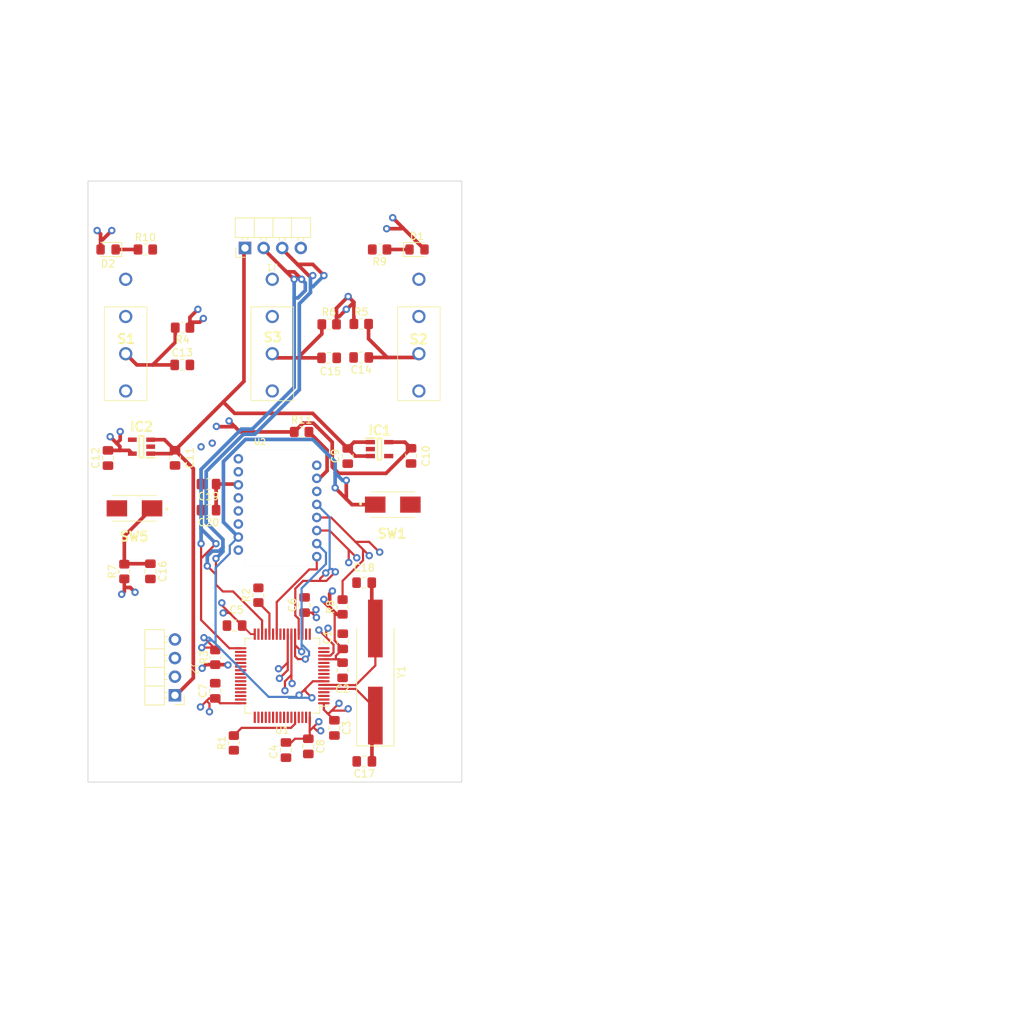
<source format=kicad_pcb>
(kicad_pcb (version 20221018) (generator pcbnew)
  (layers (0 "F.Cu" signal) (1 "In1.Cu" signal) (2 "In2.Cu" signal) (31 "B.Cu" signal) (34 "B.Paste" user) (35 "F.Paste" user) (36 "B.SilkS" user "B.Silkscreen") (37 "F.SilkS" user "F.Silkscreen") (38 "B.Mask" user) (39 "F.Mask" user) (44 "Edge.Cuts" user))
  (net 0 "")
  (net 1 "+3V3")
  (net 2 "GND")
  (net 3 "+5V")
  (net 4 "LEFT_CLICK")
  (net 5 "RIGHT_CLICK")
  (net 6 "MIDDLE_CLICK")
  (net 7 "DPI_SWITCH")
  (net 8 "OSC_IN")
  (net 9 "OSC_OUT")
  (net 10 "Net-(U2-VDDPIX)")
  (net 11 "Net-(D1-K)")
  (net 12 "STATUS_LED")
  (net 13 "Net-(D2-K)")
  (net 14 "USBDP")
  (net 15 "USBDM")
  (net 16 "Net-(U1-BOOT0)")
  (net 17 "Net-(U1-PB2)")
  (net 18 "NRST")
  (net 19 "MISO")
  (net 20 "Net-(U2-LED_P)")
  (net 34 "NCS")
  (net 35 "SCK")
  (net 36 "MOSI")
  (net 39 "MOTION")
  (net 70 "+2V")
  (net 71 "SWDIO")
  (net 72 "SWCLK")
  (footprint "Resistor_SMD:R_0805_2012Metric_Pad1.20x1.40mm_HandSolder" (layer "F.Cu") (at 31.903 88.6505 90)
    (fp_text reference "R1")
    (fp_text value "10k")
  )
  (footprint "Capacitor_SMD:C_0805_2012Metric_Pad1.18x1.45mm_HandSolder" (layer "F.Cu") (at 47.441 49.5185 90)
    (fp_text reference "C9")
    (fp_text value "1uF")
  )
  (footprint "Capacitor_SMD:C_0805_2012Metric_Pad1.18x1.45mm_HandSolder" (layer "F.Cu") (at 20.517 65.245 -90)
    (fp_text reference "C16")
    (fp_text value "100nF")
  )
  (footprint "Capacitor_SMD:C_0805_2012Metric_Pad1.18x1.45mm_HandSolder" (layer "F.Cu") (at 29.363 81.544 90)
    (fp_text reference "C7")
    (fp_text value "100nF")
  )
  (footprint "Crystal:Crystal_SMD_HC49-SD_HandSoldering" (layer "F.Cu") (at 51.207 78.9825 90)
    (fp_text reference "Y1")
    (fp_text value "8MHz")
  )
  (footprint "Capacitor_SMD:C_0805_2012Metric_Pad1.18x1.45mm_HandSolder" (layer "F.Cu") (at 49.276 36.068 180)
    (fp_text reference "C14")
    (fp_text value "100nF")
  )
  (footprint "Resistor_SMD:R_0805_2012Metric_Pad1.20x1.40mm_HandSolder" (layer "F.Cu") (at 51.791 21.336 180)
    (fp_text reference "R9")
    (fp_text value "70R")
  )
  (footprint "SOT95P282X130-5N:SOT95P282X130-5N" (layer "F.Cu") (at 19.304 48.2385 180)
    (fp_text reference "IC2")
    (fp_text value "AP2112K-3.3TRG1" hide)
  )
  (footprint "Hole:Hole_1.8mm_1.2mm" (layer "F.Cu") (at 37.149 25.4)
    (fp_text reference "H2" hide)
    (fp_text value "MountingHole_Pad")
  )
  (footprint "Resistor_SMD:R_0805_2012Metric_Pad1.20x1.40mm_HandSolder" (layer "F.Cu") (at 46.736 70.104 90)
    (fp_text reference "R8")
    (fp_text value "10K")
  )
  (footprint "Resistor_SMD:R_0805_2012Metric_Pad1.20x1.40mm_HandSolder" (layer "F.Cu") (at 44.9065 31.548 180)
    (fp_text reference "R6")
    (fp_text value "10K")
  )
  (footprint "Resistor_SMD:R_0805_2012Metric_Pad1.20x1.40mm_HandSolder" (layer "F.Cu") (at 41.148 46.228)
    (fp_text reference "R11")
    (fp_text value "39R")
  )
  (footprint "D2F-FL:D2FFL" (layer "F.Cu") (at 37.149 30.48 -90)
    (fp_text reference "S3")
    (fp_text value "D2F-FL" hide)
  )
  (footprint "Capacitor_SMD:C_0805_2012Metric_Pad1.18x1.45mm_HandSolder" (layer "F.Cu") (at 46.736 78.74 -90)
    (fp_text reference "C2")
    (fp_text value "10nF")
  )
  (footprint "Capacitor_SMD:C_0805_2012Metric_Pad1.18x1.45mm_HandSolder" (layer "F.Cu") (at 23.876 49.7625 90)
    (fp_text reference "C11")
    (fp_text value "1uF")
  )
  (footprint "D2F-FL:D2FFL" (layer "F.Cu") (at 57.149 30.48 -90)
    (fp_text reference "S2")
    (fp_text value "D2F-FL" hide)
  )
  (footprint "Resistor_SMD:R_0805_2012Metric_Pad1.20x1.40mm_HandSolder" (layer "F.Cu") (at 19.828 21.336)
    (fp_text reference "R10")
    (fp_text value "70R")
  )
  (footprint "Capacitor_SMD:C_0805_2012Metric_Pad1.18x1.45mm_HandSolder" (layer "F.Cu") (at 42.063 89.121 -90)
    (fp_text reference "C8")
    (fp_text value "100nF")
  )
  (footprint "Capacitor_SMD:C_0805_2012Metric_Pad1.18x1.45mm_HandSolder" (layer "F.Cu") (at 44.901 36.12)
    (fp_text reference "C15")
    (fp_text value "100nF")
  )
  (footprint "Capacitor_SMD:C_0805_2012Metric_Pad1.18x1.45mm_HandSolder" (layer "F.Cu") (at 56.077 49.497 90)
    (fp_text reference "C10")
    (fp_text value "1uF")
  )
  (footprint "PinHeader:PinHeader_1x04_P2.54mm_Horizontal" (layer "F.Cu") (at 33.284 21.139 90)
    (fp_text reference "J1")
    (fp_text value "Conn_01x04_Pin")
  )
  (footprint "Resistor_SMD:R_0805_2012Metric_Pad1.20x1.40mm_HandSolder" (layer "F.Cu") (at 24.908 32.004 180)
    (fp_text reference "R4")
    (fp_text value "10K")
  )
  (footprint "Resistor_SMD:R_0805_2012Metric_Pad1.20x1.40mm_HandSolder" (layer "F.Cu") (at 29.363 76.972 -90)
    (fp_text reference "R3")
    (fp_text value "10K")
  )
  (footprint "Resistor_SMD:R_0805_2012Metric_Pad1.20x1.40mm_HandSolder" (layer "F.Cu") (at 49.2815 31.496)
    (fp_text reference "R5")
    (fp_text value "10K")
  )
  (footprint "SOT95P280X100-5N:SOT95P280X100-5N" (layer "F.Cu") (at 51.779 48.5685)
    (fp_text reference "IC1")
    (fp_text value "ADP150AUJZ-2.0-R7" hide)
  )
  (footprint "147873-1:1478731" (layer "F.Cu") (at 53.239 56.144)
    (fp_text reference "SW1")
    (fp_text value "SW_Push" hide)
  )
  (footprint "PMW3360DM:PMW3360" (layer "F.Cu") (at 37.867 56.564)
    (fp_text reference "U2")
    (fp_text value "PMW3360DM-T2QU")
    (fp_line (start -4.445 -7.9375) (end 4.445 -7.9375) (stroke (width 0.01)) (layer "Edge.Cuts"))
    (fp_line (start -4.445 7.9375) (end -4.445 -7.9375) (stroke (width 0.01)) (layer "Edge.Cuts"))
    (fp_line (start 4.445 -7.9375) (end 4.445 7.9375) (stroke (width 0.01)) (layer "Edge.Cuts"))
    (fp_line (start 4.445 7.9375) (end -4.445 7.9375) (stroke (width 0.01)) (layer "Edge.Cuts"))
  )
  (footprint "Capacitor_SMD:C_0805_2012Metric_Pad1.18x1.45mm_HandSolder" (layer "F.Cu") (at 28.448 56.896 180)
    (fp_text reference "C20")
    (fp_text value "4.7uF")
  )
  (footprint "Capacitor_SMD:C_0805_2012Metric_Pad1.18x1.45mm_HandSolder" (layer "F.Cu") (at 45.619 86.6025 -90)
    (fp_text reference "C3")
    (fp_text value "100nF")
  )
  (footprint "Capacitor_SMD:C_0805_2012Metric_Pad1.18x1.45mm_HandSolder" (layer "F.Cu") (at 32.004 72.644 180)
    (fp_text reference "C5")
    (fp_text value "100nF")
  )
  (footprint "Resistor_SMD:R_0805_2012Metric_Pad1.20x1.40mm_HandSolder" (layer "F.Cu") (at 16.961 65.2665 90)
    (fp_text reference "R7")
    (fp_text value "10K")
  )
  (footprint "Capacitor_SMD:C_0805_2012Metric_Pad1.18x1.45mm_HandSolder" (layer "F.Cu") (at 14.732 49.784 90)
    (fp_text reference "C12")
    (fp_text value "1uF")
  )
  (footprint "Hole:Hole_1.8mm_1.2mm" (layer "F.Cu") (at 57.149 25.4)
    (fp_text reference "H1" hide)
    (fp_text value "MountingHole_Pad")
  )
  (footprint "Capacitor_SMD:C_0805_2012Metric_Pad1.18x1.45mm_HandSolder" (layer "F.Cu") (at 39.015 89.629 -90)
    (fp_text reference "C4")
    (fp_text value "4.7uF")
  )
  (footprint "Resistor_SMD:R_0805_2012Metric_Pad1.20x1.40mm_HandSolder" (layer "F.Cu") (at 35.25 68.5 90)
    (fp_text reference "R2")
    (fp_text value "10K")
  )
  (footprint "Capacitor_SMD:C_0805_2012Metric_Pad1.18x1.45mm_HandSolder" (layer "F.Cu") (at 28.448 53.34 180)
    (fp_text reference "C19")
    (fp_text value "100nF")
  )
  (footprint "Capacitor_SMD:C_0805_2012Metric_Pad1.18x1.45mm_HandSolder" (layer "F.Cu") (at 49.683 66.7905 180)
    (fp_text reference "C18")
    (fp_text value "20pF")
  )
  (footprint "Capacitor_SMD:C_0805_2012Metric_Pad1.18x1.45mm_HandSolder" (layer "F.Cu") (at 41.555 69.8385 90)
    (fp_text reference "C6")
    (fp_text value "100nF")
  )
  (footprint "Capacitor_SMD:C_0805_2012Metric_Pad1.18x1.45mm_HandSolder" (layer "F.Cu") (at 46.76 74.79 90)
    (fp_text reference "C1")
    (fp_text value "1uF")
  )
  (footprint "147873-1:1478731" (layer "F.Cu") (at 18.695 56.652 180)
    (fp_text reference "SW5")
    (fp_text value "SW_Push" hide)
  )
  (footprint "Capacitor_SMD:C_0805_2012Metric_Pad1.18x1.45mm_HandSolder" (layer "F.Cu") (at 24.8705 37.084)
    (fp_text reference "C13")
    (fp_text value "100nF")
  )
  (footprint "LED_SMD:LED_0805_2012Metric_Pad1.15x1.40mm_HandSolder" (layer "F.Cu") (at 14.748 21.336 180)
    (fp_text reference "D2")
    (fp_text value "LED")
  )
  (footprint "Package_QFP:LQFP-64_10x10mm_P0.5mm" (layer "F.Cu") (at 38.507 79.4905 180)
    (fp_text reference "U1")
    (fp_text value "STM32F103RETx")
  )
  (footprint "PinHeader:PinHeader_1x04_P2.54mm_Horizontal" (layer "F.Cu") (at 23.876 82.296 180)
    (fp_text reference "J2")
    (fp_text value "Conn_01x04_Pin")
  )
  (footprint "D2F-FL:D2FFL" (layer "F.Cu") (at 17.149 30.48 -90)
    (fp_text reference "S1")
    (fp_text value "D2F-FL" hide)
  )
  (footprint "Hole:Hole_1.8mm_1.2mm" (layer "F.Cu") (at 17.149 25.4)
    (fp_text reference "H3" hide)
    (fp_text value "MountingHole_Pad")
  )
  (footprint "Capacitor_SMD:C_0805_2012Metric_Pad1.18x1.45mm_HandSolder" (layer "F.Cu") (at 49.7045 91.1745 180)
    (fp_text reference "C17")
    (fp_text value "20pF")
  )
  (footprint "LED_SMD:LED_0805_2012Metric_Pad1.15x1.40mm_HandSolder" (layer "F.Cu") (at 56.887 21.336)
    (fp_text reference "D1")
    (fp_text value "LED")
  )
  (gr_rect (start 12 12) (end 63 94) (stroke (width 0.1)) (fill none) (layer "Edge.Cuts"))
  (segment (start 14.732 48.7465) (end 16.35 48.7465) (width 0.5) (layer "F.Cu") (net 1))
  (segment (start 44.175 69.375) (end 44.975 70.175) (width 0.5) (layer "F.Cu") (net 1))
  (segment (start 28.1875 82.9125) (end 27.35 83.75) (width 0.3) (layer "F.Cu") (net 1))
  (segment (start 44.652 84.598) (end 45.619 85.565) (width 0.3) (layer "F.Cu") (net 1))
  (segment (start 30.263041 69.865541) (end 31.47375 71.07625) (width 0.3) (layer "F.Cu") (net 1))
  (segment (start 44.175 69.075) (end 44.175 69.375) (width 0.5) (layer "F.Cu") (net 1))
  (segment (start 42.063 88.0835) (end 42.257 87.8895) (width 0.3) (layer "F.Cu") (net 1))
  (segment (start 43.169062 71.5505) (end 42.494562 70.876) (width 0.3) (layer "F.Cu") (net 1))
  (segment (start 45.7125 70.9125) (end 45.661 70.964) (width 0.3) (layer "F.Cu") (net 1))
  (segment (start 16.961 67.45) (end 16.961 68.014) (width 0.5) (layer "F.Cu") (net 1))
  (segment (start 40.248 88.0835) (end 42.063 88.0835) (width 0.3) (layer "F.Cu") (net 1))
  (segment (start 30.022 83.2405) (end 32.832 83.2405) (width 0.3) (layer "F.Cu") (net 1))
  (segment (start 30.263041 69.55) (end 30.263041 69.865541) (width 0.3) (layer "F.Cu") (net 1))
  (segment (start 42.494562 70.876) (end 41.555 70.876) (width 0.3) (layer "F.Cu") (net 1))
  (segment (start 17.775 67.45) (end 18.425 68.1) (width 0.5) (layer "F.Cu") (net 1))
  (segment (start 27.25 31.25) (end 27.75 30.75) (width 0.5) (layer "F.Cu") (net 1))
  (segment (start 47.25 84.25) (end 47.5 84) (width 0.3) (layer "F.Cu") (net 1))
  (segment (start 16.961 66.2665) (end 16.961 67.45) (width 0.5) (layer "F.Cu") (net 1))
  (segment (start 17.612 48.7465) (end 18.054 49.1885) (width 0.5) (layer "F.Cu") (net 1))
  (segment (start 16.35 48.7465) (end 16.35 48.2) (width 0.5) (layer "F.Cu") (net 1))
  (segment (start 25.908 30.592) (end 27 29.5) (width 0.5) (layer "F.Cu") (net 1))
  (segment (start 13.723 20) (end 14 20) (width 0.5) (layer "F.Cu") (net 1))
  (segment (start 31.3225 70.925) (end 30.45 70.925) (width 0.3) (layer "F.Cu") (net 1))
  (segment (start 34.757 73.8155) (end 34.213 73.8155) (width 0.25) (layer "F.Cu") (net 1))
  (segment (start 45.9065 29.3435) (end 47.5 27.75) (width 0.5) (layer "F.Cu") (net 1))
  (segment (start 16.961 67.45) (end 17.775 67.45) (width 0.5) (layer "F.Cu") (net 1))
  (segment (start 31.047 77.972) (end 31.1 78.025) (width 0.5) (layer "F.Cu") (net 1))
  (segment (start 45.825 77.2405) (end 45.825 76.7625) (width 0.3) (layer "F.Cu") (net 1))
  (segment (start 13.723 19.223) (end 13.25 18.75) (width 0.5) (layer "F.Cu") (net 1))
  (segment (start 16.961 68.014) (end 16.6 68.375) (width 0.5) (layer "F.Cu") (net 1))
  (segment (start 15.925 47.775) (end 16.4 47.3) (width 0.5) (layer "F.Cu") (net 1))
  (segment (start 45.25 84.25) (end 47.25 84.25) (width 0.3) (layer "F.Cu") (net 1))
  (segment (start 45.35 67.925) (end 44.975 68.3) (width 0.5) (layer "F.Cu") (net 1))
  (segment (start 47.313 29.5) (end 47.25 29.5) (width 0.5) (layer "F.Cu") (net 1))
  (segment (start 42.257 87) (end 42.257 86.993) (width 0.3) (layer "F.Cu") (net 1))
  (segment (start 34.213 73.8155) (end 33.0415 72.644) (width 0.25) (layer "F.Cu") (net 1))
  (segment (start 45.9065 30.5) (end 45.9065 29.3435) (width 0.5) (layer "F.Cu") (net 1))
  (segment (start 45.661 70.964) (end 45.661 74.703894) (width 0.3) (layer "F.Cu") (net 1))
  (segment (start 42.714 70.876) (end 41.555 70.876) (width 0.3) (layer "F.Cu") (net 1))
  (segment (start 45.825 77.2405) (end 44.182 77.2405) (width 0.3) (layer "F.Cu") (net 1))
  (segment (start 15.925 47.775) (end 15.025 46.875) (width 0.5) (layer "F.Cu") (net 1))
  (segment (start 42.75 86.5) (end 43.5 85.75) (width 0.3) (layer "F.Cu") (net 1))
  (segment (start 41.257 71.174) (end 41.555 70.876) (width 0.3) (layer "F.Cu") (net 1))
  (segment (start 42.75 86.5) (end 43.25 87) (width 0.3) (layer "F.Cu") (net 1))
  (segment (start 46.736 77.7025) (end 46.274 77.2405) (width 0.3) (layer "F.Cu") (net 1))
  (segment (start 16.4 47.3) (end 16.4 46.175) (width 0.5) (layer "F.Cu") (net 1))
  (segment (start 28.1875 82.9125) (end 28.575 83.3) (width 0.3) (layer "F.Cu") (net 1))
  (segment (start 43.11 70.48) (end 42.714 70.876) (width 0.3) (layer "F.Cu") (net 1))
  (segment (start 46.25 30.5) (end 47.25 29.5) (width 0.5) (layer "F.Cu") (net 1))
  (segment (start 44.902 84.598) (end 45.25 84.25) (width 0.3) (layer "F.Cu") (net 1))
  (segment (start 13.723 20) (end 13.723 19.223) (width 0.5) (layer "F.Cu") (net 1))
  (segment (start 14 20) (end 15.25 18.75) (width 0.5) (layer "F.Cu") (net 1))
  (segment (start 45.25 84.25) (end 46.25 83.25) (width 0.3) (layer "F.Cu") (net 1))
  (segment (start 44.182 84.128) (end 44.652 84.598) (width 0.3) (layer "F.Cu") (net 1))
  (segment (start 28.5185 82.5815) (end 28.1875 82.9125) (width 0.3) (layer "F.Cu") (net 1))
  (segment (start 45.7125 70.9125) (end 44.975 70.175) (width 0.5) (layer "F.Cu") (net 1))
  (segment (start 46.274 77.2405) (end 45.825 77.2405) (width 0.3) (layer "F.Cu") (net 1))
  (segment (start 48.2815 31.496) (end 48.2815 28.5315) (width 0.5) (layer "F.Cu") (net 1))
  (segment (start 48.2815 28.5315) (end 47.5 27.75) (width 0.5) (layer "F.Cu") (net 1))
  (segment (start 44.975 68.3) (end 44.975 70.175) (width 0.5) (layer "F.Cu") (net 1))
  (segment (start 45.904 71.104) (end 45.7125 70.9125) (width 0.5) (layer "F.Cu") (net 1))
  (segment (start 29.363 77.972) (end 31.047 77.972) (width 0.5) (layer "F.Cu") (net 1))
  (segment (start 29.363 82.5815) (end 30.022 83.2405) (width 0.3) (layer "F.Cu") (net 1))
  (segment (start 45.661 74.703894) (end 46.76 75.802894) (width 0.3) (layer "F.Cu") (net 1))
  (segment (start 28.078 77.972) (end 27.575 78.475) (width 0.5) (layer "F.Cu") (net 1))
  (segment (start 33.0415 72.644) (end 31.47375 71.07625) (width 0.3) (layer "F.Cu") (net 1))
  (segment (start 39.74 88.5915) (end 40.248 88.0835) (width 0.3) (layer "F.Cu") (net 1))
  (segment (start 28.575 83.3) (end 28.575 84.4) (width 0.3) (layer "F.Cu") (net 1))
  (segment (start 43.25 87) (end 43.75 87) (width 0.3) (layer "F.Cu") (net 1))
  (segment (start 42.257 87.8895) (end 42.257 87) (width 0.3) (layer "F.Cu") (net 1))
  (segment (start 13.723 21.336) (end 13.723 20) (width 0.5) (layer "F.Cu") (net 1))
  (segment (start 41.257 73.8155) (end 41.257 71.174) (width 0.3) (layer "F.Cu") (net 1))
  (segment (start 44.652 84.598) (end 44.902 84.598) (width 0.3) (layer "F.Cu") (net 1))
  (segment (start 44.182 83.2405) (end 44.182 84.128) (width 0.3) (layer "F.Cu") (net 1))
  (segment (start 45.9065 30.5) (end 46.25 30.5) (width 0.5) (layer "F.Cu") (net 1))
  (segment (start 29.363 82.5815) (end 28.5185 82.5815) (width 0.3) (layer "F.Cu") (net 1))
  (segment (start 42.257 87) (end 42.257 85.1655) (width 0.3) (layer "F.Cu") (net 1))
  (segment (start 25.908 31.25) (end 25.908 30.592) (width 0.5) (layer "F.Cu") (net 1))
  (segment (start 45.9065 31.548) (end 45.9065 30.5) (width 0.5) (layer "F.Cu") (net 1))
  (segment (start 45.825 76.7625) (end 46.76 75.8275) (width 0.3) (layer "F.Cu") (net 1))
  (segment (start 25.908 32.004) (end 25.908 31.25) (width 0.5) (layer "F.Cu") (net 1))
  (segment (start 46.736 71.104) (end 45.904 71.104) (width 0.5) (layer "F.Cu") (net 1))
  (segment (start 29.363 77.972) (end 28.078 77.972) (width 0.5) (layer "F.Cu") (net 1))
  (segment (start 31.47375 71.07625) (end 31.3225 70.925) (width 0.3) (layer "F.Cu") (net 1))
  (segment (start 16.35 48.2) (end 15.925 47.775) (width 0.5) (layer "F.Cu") (net 1))
  (segment (start 25.908 31.25) (end 27.25 31.25) (width 0.5) (layer "F.Cu") (net 1))
  (segment (start 46.76 75.802894) (end 46.76 75.8275) (width 0.3) (layer "F.Cu") (net 1))
  (segment (start 16.35 48.7465) (end 17.612 48.7465) (width 0.5) (layer "F.Cu") (net 1))
  (segment (start 42.257 86.993) (end 42.75 86.5) (width 0.3) (layer "F.Cu") (net 1))
  (segment (start 39.015 88.5915) (end 39.74 88.5915) (width 0.3) (layer "F.Cu") (net 1))
  (segment (start 48.2815 28.5315) (end 47.313 29.5) (width 0.5) (layer "F.Cu") (net 1))
  (segment (start 42.257 86.0745) (end 42.257 85.1655) (width 0.3) (layer "F.Cu") (net 1))
  (via (at 28.956 47.752) (size 1) (drill 0.5) (layers "F.Cu" "B.Cu") (net 1))
  (via (at 30.263041 69.55) (size 1) (drill 0.5) (layers "F.Cu" "B.Cu") (net 1))
  (via (at 13.25 18.75) (size 1) (drill 0.5) (layers "F.Cu" "B.Cu") (net 1))
  (via (at 43.75 87) (size 1) (drill 0.5) (layers "F.Cu" "B.Cu") (net 1))
  (via (at 27.35 83.75) (size 1) (drill 0.5) (layers "F.Cu" "B.Cu") (net 1))
  (via (at 43.169062 71.5505) (size 1) (drill 0.5) (layers "F.Cu" "B.Cu") (net 1))
  (via (at 45.35 67.925) (size 1) (drill 0.5) (layers "F.Cu" "B.Cu") (net 1))
  (via (at 47.5 84) (size 1) (drill 0.5) (layers "F.Cu" "B.Cu") (net 1))
  (via (at 27.432 48.26) (size 1) (drill 0.5) (layers "F.Cu" "B.Cu") (net 1))
  (via (at 30.45 70.925) (size 1) (drill 0.5) (layers "F.Cu" "B.Cu") (net 1))
  (via (at 28.575 84.4) (size 1) (drill 0.5) (layers "F.Cu" "B.Cu") (net 1))
  (via (at 46.25 83.25) (size 1) (drill 0.5) (layers "F.Cu" "B.Cu") (net 1))
  (via (at 43.11 70.48) (size 1) (drill 0.5) (layers "F.Cu" "B.Cu") (net 1))
  (via (at 47.25 29.5) (size 1) (drill 0.5) (layers "F.Cu" "B.Cu") (net 1))
  (via (at 27 29.5) (size 1) (drill 0.5) (layers "F.Cu" "B.Cu") (net 1))
  (via (at 16.6 68.375) (size 1) (drill 0.5) (layers "F.Cu" "B.Cu") (net 1))
  (via (at 27.575 78.475) (size 1) (drill 0.5) (layers "F.Cu" "B.Cu") (net 1))
  (via (at 15.025 46.875) (size 1) (drill 0.5) (layers "F.Cu" "B.Cu") (net 1))
  (via (at 31.1 78.025) (size 1) (drill 0.5) (layers "F.Cu" "B.Cu") (net 1))
  (via (at 16.4 46.175) (size 1) (drill 0.5) (layers "F.Cu" "B.Cu") (net 1))
  (via (at 44.175 69.075) (size 1) (drill 0.5) (layers "F.Cu" "B.Cu") (net 1))
  (via (at 27.75 30.75) (size 1) (drill 0.5) (layers "F.Cu" "B.Cu") (net 1))
  (via (at 47.5 27.75) (size 1) (drill 0.5) (layers "F.Cu" "B.Cu") (net 1))
  (via (at 18.425 68.1) (size 1) (drill 0.5) (layers "F.Cu" "B.Cu") (net 1))
  (via (at 43.5 85.75) (size 1) (drill 0.5) (layers "F.Cu" "B.Cu") (net 1))
  (via (at 15.25 18.75) (size 1) (drill 0.5) (layers "F.Cu" "B.Cu") (net 1))
  (segment (start 47.441 48.481) (end 42.648 43.688) (width 0.5) (layer "F.Cu") (net 3))
  (segment (start 26.373 79.799) (end 23.876 82.296) (width 0.5) (layer "F.Cu") (net 3))
  (segment (start 47.441 48.481) (end 48.4785 49.5185) (width 0.5) (layer "F.Cu") (net 3))
  (segment (start 26.373 51.222) (end 26.373 79.799) (width 0.5) (layer "F.Cu") (net 3))
  (segment (start 23.4125 49.1885) (end 23.876 48.725) (width 0.5) (layer "F.Cu") (net 3))
  (segment (start 30.4585 42.1425) (end 33.284 39.317) (width 0.5) (layer "F.Cu") (net 3))
  (segment (start 48.3035 47.6185) (end 50.529 47.6185) (width 0.5) (layer "F.Cu") (net 3))
  (segment (start 33.284 39.317) (end 33.284 21.139) (width 0.5) (layer "F.Cu") (net 3))
  (segment (start 47.441 48.481) (end 48.3035 47.6185) (width 0.5) (layer "F.Cu") (net 3))
  (segment (start 32.004 43.688) (end 30.4585 42.1425) (width 0.5) (layer "F.Cu") (net 3))
  (segment (start 20.554 47.2885) (end 22.4395 47.2885) (width 0.5) (layer "F.Cu") (net 3))
  (segment (start 42.648 43.688) (end 32.004 43.688) (width 0.5) (layer "F.Cu") (net 3))
  (segment (start 23.876 48.725) (end 26.373 51.222) (width 0.5) (layer "F.Cu") (net 3))
  (segment (start 20.554 49.1885) (end 23.4125 49.1885) (width 0.5) (layer "F.Cu") (net 3))
  (segment (start 23.876 48.725) (end 30.4585 42.1425) (width 0.5) (layer "F.Cu") (net 3))
  (segment (start 48.4785 49.5185) (end 50.529 49.5185) (width 0.5) (layer "F.Cu") (net 3))
  (segment (start 22.4395 47.2885) (end 23.876 48.725) (width 0.5) (layer "F.Cu") (net 3))
  (segment (start 23.833 37.084) (end 20.828 37.084) (width 0.5) (layer "F.Cu") (net 4))
  (segment (start 20.828 37.084) (end 18.673 37.084) (width 0.5) (layer "F.Cu") (net 4))
  (segment (start 23.908 32.004) (end 23.908 34.004) (width 0.5) (layer "F.Cu") (net 4))
  (segment (start 18.673 37.084) (end 17.149 35.56) (width 0.5) (layer "F.Cu") (net 4))
  (segment (start 23.908 34.004) (end 20.828 37.084) (width 0.5) (layer "F.Cu") (net 4))
  (segment (start 52.832 36.068) (end 56.641 36.068) (width 0.5) (layer "F.Cu") (net 5))
  (segment (start 50.2815 31.496) (end 50.2815 33.5175) (width 0.5) (layer "F.Cu") (net 5))
  (segment (start 56.641 36.068) (end 57.149 35.56) (width 0.5) (layer "F.Cu") (net 5))
  (segment (start 50.2815 33.5175) (end 52.832 36.068) (width 0.5) (layer "F.Cu") (net 5))
  (segment (start 50.3135 36.068) (end 52.832 36.068) (width 0.5) (layer "F.Cu") (net 5))
  (segment (start 43.8635 36.12) (end 40.64 36.12) (width 0.5) (layer "F.Cu") (net 6))
  (segment (start 43.9065 32.8535) (end 40.64 36.12) (width 0.5) (layer "F.Cu") (net 6))
  (segment (start 40.64 36.12) (end 37.709 36.12) (width 0.5) (layer "F.Cu") (net 6))
  (segment (start 43.9065 31.548) (end 43.9065 32.8535) (width 0.5) (layer "F.Cu") (net 6))
  (segment (start 37.709 36.12) (end 37.149 35.56) (width 0.5) (layer "F.Cu") (net 6))
  (segment (start 17.02 64.2075) (end 16.961 64.2665) (width 0.5) (layer "F.Cu") (net 7))
  (segment (start 16.961 64.2665) (end 16.961 60.436) (width 0.5) (layer "F.Cu") (net 7))
  (segment (start 16.961 60.436) (end 20.745 56.652) (width 0.5) (layer "F.Cu") (net 7))
  (segment (start 20.517 64.2075) (end 17.02 64.2075) (width 0.5) (layer "F.Cu") (net 7))
  (segment (start 50.742 91.1745) (end 50.742 85.385) (width 0.5) (layer "F.Cu") (net 8))
  (segment (start 46.028893 81.28) (end 48.53 81.28) (width 0.3) (layer "F.Cu") (net 8))
  (segment (start 44.182 81.2405) (end 45.989393 81.2405) (width 0.3) (layer "F.Cu") (net 8))
  (segment (start 50.742 85.385) (end 51.207 84.92) (width 0.5) (layer "F.Cu") (net 8))
  (segment (start 51.207 83.957) (end 51.207 84.92) (width 0.3) (layer "F.Cu") (net 8))
  (segment (start 45.989393 81.2405) (end 46.028893 81.28) (width 0.3) (layer "F.Cu") (net 8))
  (segment (start 48.53 81.28) (end 51.207 83.957) (width 0.3) (layer "F.Cu") (net 8))
  (segment (start 51.207 73.045) (end 51.207 78.093) (width 0.3) (layer "F.Cu") (net 9))
  (segment (start 48.528 80.772) (end 46.228 80.772) (width 0.3) (layer "F.Cu") (net 9))
  (segment (start 46.228 80.772) (end 46.1965 80.7405) (width 0.3) (layer "F.Cu") (net 9))
  (segment (start 50.7205 72.5585) (end 51.207 73.045) (width 0.5) (layer "F.Cu") (net 9))
  (segment (start 50.7205 66.7905) (end 50.7205 72.5585) (width 0.5) (layer "F.Cu") (net 9))
  (segment (start 46.1965 80.7405) (end 44.182 80.7405) (width 0.3) (layer "F.Cu") (net 9))
  (segment (start 51.207 78.093) (end 48.528 80.772) (width 0.3) (layer "F.Cu") (net 9))
  (segment (start 32.408 53.34) (end 32.517 53.449) (width 0.5) (layer "F.Cu") (net 10))
  (segment (start 29.4855 53.34) (end 32.408 53.34) (width 0.5) (layer "F.Cu") (net 10))
  (segment (start 29.4855 56.896) (end 29.4855 53.34) (width 0.5) (layer "F.Cu") (net 10))
  (segment (start 55.862 21.336) (end 52.791 21.336) (width 0.5) (layer "F.Cu") (net 11))
  (segment (start 53.576 17) (end 54.913 18.337) (width 0.5) (layer "F.Cu") (net 12))
  (segment (start 44.5 74.25) (end 43.5 73.25) (width 0.3) (layer "F.Cu") (net 12))
  (segment (start 45.5 75.25) (end 44.5 74.25) (width 0.3) (layer "F.Cu") (net 12))
  (segment (start 52.75 18.5) (end 54.75 18.5) (width 0.5) (layer "F.Cu") (net 12))
  (segment (start 54.75 18.5) (end 54.913 18.337) (width 0.5) (layer "F.Cu") (net 12))
  (segment (start 54.913 18.337) (end 57.912 21.336) (width 0.5) (layer "F.Cu") (net 12))
  (segment (start 44.182 76.7405) (end 45.081394 76.7405) (width 0.3) (layer "F.Cu") (net 12))
  (segment (start 44.5 74.25) (end 44.5 73.25) (width 0.3) (layer "F.Cu") (net 12))
  (segment (start 45.081394 76.7405) (end 45.5 76.321894) (width 0.3) (layer "F.Cu") (net 12))
  (segment (start 45.5 76.321894) (end 45.5 75.25) (width 0.3) (layer "F.Cu") (net 12))
  (segment (start 44.5 73.25) (end 44.75 73) (width 0.3) (layer "F.Cu") (net 12))
  (via (at 53.576 17) (size 1) (drill 0.5) (layers "F.Cu" "B.Cu") (net 12))
  (via (at 43.5 73.25) (size 1) (drill 0.5) (layers "F.Cu" "B.Cu") (net 12))
  (via (at 52.75 18.5) (size 1) (drill 0.5) (layers "F.Cu" "B.Cu") (net 12))
  (via (at 44.75 73) (size 1) (drill 0.5) (layers "F.Cu" "B.Cu") (net 12))
  (segment (start 15.773 21.336) (end 18.828 21.336) (width 0.5) (layer "F.Cu") (net 13))
  (segment (start 41.148 25.4) (end 40.132 24.384) (width 0.5) (layer "F.Cu") (net 14))
  (segment (start 40.132 24.384) (end 39.069 24.384) (width 0.5) (layer "F.Cu") (net 14))
  (segment (start 27.432 71.87975) (end 27.432 63.5) (width 0.3) (layer "F.Cu") (net 14))
  (segment (start 27.432 63.5) (end 27.432 61.468) (width 0.3) (layer "F.Cu") (net 14))
  (segment (start 35.824 21.139) (end 38.8385 24.1535) (width 0.5) (layer "F.Cu") (net 14))
  (segment (start 40.085 25.4) (end 40.132 25.4) (width 0.5) (layer "F.Cu") (net 14))
  (segment (start 39.069 24.384) (end 38.8385 24.1535) (width 0.5) (layer "F.Cu") (net 14))
  (segment (start 31.29275 75.7405) (end 27.432 71.87975) (width 0.3) (layer "F.Cu") (net 14))
  (segment (start 32.832 75.7405) (end 31.29275 75.7405) (width 0.3) (layer "F.Cu") (net 14))
  (segment (start 38.8385 24.1535) (end 40.085 25.4) (width 0.5) (layer "F.Cu") (net 14))
  (segment (start 27.432 63.5) (end 29.464 61.468) (width 0.3) (layer "F.Cu") (net 14))
  (via (at 41.148 25.4) (size 1) (drill 0.5) (layers "F.Cu" "B.Cu") (net 14))
  (via (at 40.132 25.4) (size 1) (drill 0.5) (layers "F.Cu" "B.Cu") (net 14))
  (via (at 29.464 61.468) (size 1) (drill 0.5) (layers "F.Cu" "B.Cu") (net 14))
  (via (at 27.432 61.468) (size 1) (drill 0.5) (layers "F.Cu" "B.Cu") (net 14))
  (segment (start 27.432 51.334051) (end 27.432 58.928) (width 0.5) (layer "B.Cu") (net 14))
  (segment (start 41.148 25.4) (end 41.656 25.908) (width 0.5) (layer "B.Cu") (net 14))
  (segment (start 40.64 27.94) (end 40.132 27.94) (width 0.5) (layer "B.Cu") (net 14))
  (segment (start 41.656 26.924) (end 40.64 27.94) (width 0.5) (layer "B.Cu") (net 14))
  (segment (start 27.432 59.436) (end 27.432 58.928) (width 0.5) (layer "B.Cu") (net 14))
  (segment (start 41.656 25.908) (end 41.656 26.924) (width 0.5) (layer "B.Cu") (net 14))
  (segment (start 27.432 58.928) (end 27.432 61.468) (width 0.5) (layer "B.Cu") (net 14))
  (segment (start 32.92205 45.844) (end 27.432 51.334051) (width 0.5) (layer "B.Cu") (net 14))
  (segment (start 40.132 27.94) (end 40.132 40.138) (width 0.5) (layer "B.Cu") (net 14))
  (segment (start 29.464 61.468) (end 27.432 59.436) (width 0.5) (layer "B.Cu") (net 14))
  (segment (start 40.132 40.138) (end 34.426 45.844) (width 0.5) (layer "B.Cu") (net 14))
  (segment (start 40.132 25.4) (end 40.132 27.94) (width 0.5) (layer "B.Cu") (net 14))
  (segment (start 34.426 45.844) (end 32.92205 45.844) (width 0.5) (layer "B.Cu") (net 14))
  (segment (start 44.196 24.892) (end 42.672 23.368) (width 0.5) (layer "F.Cu") (net 15))
  (segment (start 42.672 23.368) (end 40.64 23.368) (width 0.5) (layer "F.Cu") (net 15))
  (segment (start 30.398 67.99) (end 29.464 67.056) (width 0.3) (layer "F.Cu") (net 15))
  (segment (start 40.6165 23.3915) (end 42.117 24.892) (width 0.5) (layer "F.Cu") (net 15))
  (segment (start 38.364 21.139) (end 40.6165 23.3915) (width 0.5) (layer "F.Cu") (net 15))
  (segment (start 40.64 23.368) (end 40.6165 23.3915) (width 0.5) (layer "F.Cu") (net 15))
  (segment (start 31.8 67.99) (end 30.398 67.99) (width 0.3) (layer "F.Cu") (net 15))
  (segment (start 29.464 65.532) (end 29.464 63.5) (width 0.3) (layer "F.Cu") (net 15))
  (segment (start 29.464 67.056) (end 29.464 65.532) (width 0.3) (layer "F.Cu") (net 15))
  (segment (start 35.757 71.947) (end 31.8 67.99) (width 0.3) (layer "F.Cu") (net 15))
  (segment (start 29.464 65.532) (end 29.2975 65.532) (width 0.3) (layer "F.Cu") (net 15))
  (segment (start 42.117 24.892) (end 42.672 24.892) (width 0.5) (layer "F.Cu") (net 15))
  (segment (start 35.757 73.8155) (end 35.757 71.947) (width 0.3) (layer "F.Cu") (net 15))
  (segment (start 29.2975 65.532) (end 28.2815 64.516) (width 0.3) (layer "F.Cu") (net 15))
  (via (at 29.464 63.5) (size 1) (drill 0.5) (layers "F.Cu" "B.Cu") (net 15))
  (via (at 28.2815 64.516) (size 1) (drill 0.5) (layers "F.Cu" "B.Cu") (net 15))
  (via (at 42.672 24.892) (size 1) (drill 0.5) (layers "F.Cu" "B.Cu") (net 15))
  (via (at 44.196 24.892) (size 1) (drill 0.5) (layers "F.Cu" "B.Cu") (net 15))
  (segment (start 40.832 28.73795) (end 40.832 40.478) (width 0.5) (layer "B.Cu") (net 15))
  (segment (start 42.356 26.416) (end 42.356 27.21395) (width 0.5) (layer "B.Cu") (net 15))
  (segment (start 42.356 26.416) (end 42.356 25.208) (width 0.5) (layer "B.Cu") (net 15))
  (segment (start 42.356 26.416) (end 42.672 26.416) (width 0.5) (layer "B.Cu") (net 15))
  (segment (start 30.414 61.976) (end 30.414 62.55) (width 0.5) (layer "B.Cu") (net 15))
  (segment (start 42.356 27.21395) (end 40.832 28.73795) (width 0.5) (layer "B.Cu") (net 15))
  (segment (start 28.132 58.612) (end 30.414 60.894) (width 0.5) (layer "B.Cu") (net 15))
  (segment (start 42.356 25.208) (end 42.672 24.892) (width 0.5) (layer "B.Cu") (net 15))
  (segment (start 28.2815 63.1585) (end 28.956 62.484) (width 0.5) (layer "B.Cu") (net 15))
  (segment (start 28.2815 64.516) (end 28.2815 63.1585) (width 0.5) (layer "B.Cu") (net 15))
  (segment (start 28.956 62.484) (end 29.906 62.484) (width 0.5) (layer "B.Cu") (net 15))
  (segment (start 28.132 51.624) (end 28.132 58.612) (width 0.5) (layer "B.Cu") (net 15))
  (segment (start 42.672 26.416) (end 44.196 24.892) (width 0.5) (layer "B.Cu") (net 15))
  (segment (start 33.212 46.544) (end 28.132 51.624) (width 0.5) (layer "B.Cu") (net 15))
  (segment (start 29.906 62.484) (end 30.414 61.976) (width 0.5) (layer "B.Cu") (net 15))
  (segment (start 30.414 60.894) (end 30.414 61.976) (width 0.5) (layer "B.Cu") (net 15))
  (segment (start 30.414 62.55) (end 29.464 63.5) (width 0.5) (layer "B.Cu") (net 15))
  (segment (start 40.832 40.478) (end 34.766 46.544) (width 0.5) (layer "B.Cu") (net 15))
  (segment (start 34.766 46.544) (end 33.212 46.544) (width 0.5) (layer "B.Cu") (net 15))
  (segment (start 39.698542 86.6) (end 40.257 86.041542) (width 0.3) (layer "F.Cu") (net 16))
  (segment (start 31.903 87.6505) (end 32.9535 86.6) (width 0.3) (layer "F.Cu") (net 16))
  (segment (start 32.9535 86.6) (end 39.698542 86.6) (width 0.3) (layer "F.Cu") (net 16))
  (segment (start 40.257 86.041542) (end 40.257 85.1655) (width 0.3) (layer "F.Cu") (net 16))
  (segment (start 36.757 71.007) (end 36.757 73.8155) (width 0.3) (layer "F.Cu") (net 17))
  (segment (start 35.25 69.5) (end 36.757 71.007) (width 0.3) (layer "F.Cu") (net 17))
  (segment (start 42.55 82.5) (end 41.675 81.625) (width 0.3) (layer "F.Cu") (net 18))
  (segment (start 48.016 56.144) (end 51.189 56.144) (width 0.5) (layer "F.Cu") (net 18))
  (segment (start 40.8 82.125) (end 41.675 81.25) (width 0.3) (layer "F.Cu") (net 18))
  (segment (start 45.72 53.848) (end 47.244 55.372) (width 0.5) (layer "F.Cu") (net 18))
  (segment (start 42.6845 80.2405) (end 44.182 80.2405) (width 0.3) (layer "F.Cu") (net 18))
  (segment (start 29.041 75.65) (end 29.363 75.972) (width 0.3) (layer "F.Cu") (net 18))
  (segment (start 29.363 75.972) (end 29.363 75.838) (width 0.3) (layer "F.Cu") (net 18))
  (segment (start 29.363 75.838) (end 27.825 74.3) (width 0.3) (layer "F.Cu") (net 18))
  (segment (start 41.675 81.625) (end 41.675 81.25) (width 0.3) (layer "F.Cu") (net 18))
  (segment (start 47.244 55.372) (end 48.016 56.144) (width 0.5) (layer "F.Cu") (net 18))
  (segment (start 47.244 55.372) (end 47.244 52.832) (width 0.5) (layer "F.Cu") (net 18))
  (segment (start 41.675 81.25) (end 42.6845 80.2405) (width 0.3) (layer "F.Cu") (net 18))
  (segment (start 27.525 75.65) (end 29.041 75.65) (width 0.3) (layer "F.Cu") (net 18))
  (via (at 40.8 82.125) (size 1) (drill 0.5) (layers "F.Cu" "B.Cu") (net 18))
  (via (at 45.72 53.848) (size 1) (drill 0.5) (layers "F.Cu" "B.Cu") (net 18))
  (via (at 27.825 74.3) (size 1) (drill 0.5) (layers "F.Cu" "B.Cu") (net 18))
  (via (at 47.244 52.832) (size 1) (drill 0.5) (layers "F.Cu" "B.Cu") (net 18))
  (via (at 42.55 82.5) (size 1) (drill 0.5) (layers "F.Cu" "B.Cu") (net 18))
  (via (at 27.525 75.65) (size 1) (drill 0.5) (layers "F.Cu" "B.Cu") (net 18))
  (segment (start 45.72 50.292) (end 45.72 51.816) (width 0.5) (layer "B.Cu") (net 18))
  (segment (start 30.48 50.26595) (end 33.50195 47.244) (width 0.5) (layer "B.Cu") (net 18))
  (segment (start 31.35 61.736) (end 32.517 60.569) (width 0.3) (layer "B.Cu") (net 18))
  (segment (start 31.35 62.816082) (end 31.35 61.736) (width 0.3) (layer "B.Cu") (net 18))
  (segment (start 29.413541 75.136459) (end 29.413541 64.752541) (width 0.3) (layer "B.Cu") (net 18))
  (segment (start 39.325 82.375) (end 40.55 82.375) (width 0.3) (layer "B.Cu") (net 18))
  (segment (start 40.55 82.375) (end 40.8 82.125) (width 0.3) (layer "B.Cu") (net 18))
  (segment (start 28.951041 74.673959) (end 28.501041 74.673959) (width 0.3) (layer "B.Cu") (net 18))
  (segment (start 36.652082 82.375) (end 39.325 82.375) (width 0.3) (layer "B.Cu") (net 18))
  (segment (start 27.825 74.3) (end 28.577082 74.3) (width 0.3) (layer "B.Cu") (net 18))
  (segment (start 33.50195 47.244) (end 42.672 47.244) (width 0.5) (layer "B.Cu") (net 18))
  (segment (start 42.672 47.244) (end 45.72 50.292) (width 0.5) (layer "B.Cu") (net 18))
  (segment (start 30.48 58.532) (end 30.48 50.26595) (width 0.5) (layer "B.Cu") (net 18))
  (segment (start 47.244 52.832) (end 46.736 52.832) (width 0.5) (layer "B.Cu") (net 18))
  (segment (start 42.55 82.5) (end 39.45 82.5) (width 0.3) (layer "B.Cu") (net 18))
  (segment (start 32.517 60.569) (end 30.48 58.532) (width 0.5) (layer "B.Cu") (net 18))
  (segment (start 28.577082 74.3) (end 28.951041 74.673959) (width 0.3) (layer "B.Cu") (net 18))
  (segment (start 29.413541 64.752541) (end 31.35 62.816082) (width 0.3) (layer "B.Cu") (net 18))
  (segment (start 29.413541 75.136459) (end 36.652082 82.375) (width 0.3) (layer "B.Cu") (net 18))
  (segment (start 28.501041 74.673959) (end 27.525 75.65) (width 0.3) (layer "B.Cu") (net 18))
  (segment (start 39.45 82.5) (end 39.325 82.375) (width 0.3) (layer "B.Cu") (net 18))
  (segment (start 45.72 51.816) (end 45.72 53.848) (width 0.5) (layer "B.Cu") (net 18))
  (segment (start 46.736 52.832) (end 45.72 51.816) (width 0.5) (layer "B.Cu") (net 18))
  (segment (start 28.951041 74.673959) (end 29.413541 75.136459) (width 0.3) (layer "B.Cu") (net 18))
  (segment (start 43.217 57.899) (end 45.174 57.899) (width 0.3) (layer "F.Cu") (net 19))
  (segment (start 46.736 66.548) (end 49.525 63.759) (width 0.3) (layer "F.Cu") (net 19))
  (segment (start 49.525 63.759) (end 49.525 62.25) (width 0.3) (layer "F.Cu") (net 19))
  (segment (start 51.75 62.625) (end 50.35 61.225) (width 0.3) (layer "F.Cu") (net 19))
  (segment (start 48.5 61.225) (end 50.375 63.1) (width 0.3) (layer "F.Cu") (net 19))
  (segment (start 39.757 79.368) (end 39.757 79.3) (width 0.3) (layer "F.Cu") (net 19))
  (segment (start 45.174 57.899) (end 48.5 61.225) (width 0.3) (layer "F.Cu") (net 19))
  (segment (start 51.8 62.625) (end 51.75 62.625) (width 0.3) (layer "F.Cu") (net 19))
  (segment (start 39.85 80.55) (end 39.757 80.457) (width 0.3) (layer "F.Cu") (net 19))
  (segment (start 50.35 61.225) (end 48.5 61.225) (width 0.3) (layer "F.Cu") (net 19))
  (segment (start 38.875 81.525) (end 38.875 80.25) (width 0.3) (layer "F.Cu") (net 19))
  (segment (start 46.736 66.548) (end 46.736 69.104) (width 0.3) (layer "F.Cu") (net 19))
  (segment (start 39.757 80.457) (end 39.757 79.3) (width 0.3) (layer "F.Cu") (net 19))
  (segment (start 38.875 80.25) (end 39.757 79.368) (width 0.3) (layer "F.Cu") (net 19))
  (segment (start 39.757 79.3) (end 39.757 73.8155) (width 0.3) (layer "F.Cu") (net 19))
  (via (at 51.8 62.625) (size 1) (drill 0.5) (layers "F.Cu" "B.Cu") (net 19))
  (via (at 50.375 63.1) (size 1) (drill 0.5) (layers "F.Cu" "B.Cu") (net 19))
  (via (at 38.875 81.525) (size 1) (drill 0.5) (layers "F.Cu" "B.Cu") (net 19))
  (via (at 39.85 80.55) (size 1) (drill 0.5) (layers "F.Cu" "B.Cu") (net 19))
  (segment (start 43.591 52.559) (end 43.217 52.559) (width 0.5) (layer "F.Cu") (net 20))
  (segment (start 44.625 51.525) (end 43.591 52.559) (width 0.5) (layer "F.Cu") (net 20))
  (segment (start 42.148 46.228) (end 44.625 48.705) (width 0.5) (layer "F.Cu") (net 20))
  (segment (start 44.625 48.705) (end 44.625 51.525) (width 0.5) (layer "F.Cu") (net 20))
  (segment (start 40.757 73.8155) (end 40.757 71.73903) (width 0.3) (layer "F.Cu") (net 34))
  (segment (start 45.75 65.325) (end 44.525 66.55) (width 0.3) (layer "F.Cu") (net 34))
  (segment (start 44.525 66.55) (end 43.675 66.55) (width 0.3) (layer "F.Cu") (net 34))
  (segment (start 40.757 71.73903) (end 40.285053 71.267083) (width 0.3) (layer "F.Cu") (net 34))
  (segment (start 43.675 66.238376) (end 43.675 66.55) (width 0.3) (layer "F.Cu") (net 34))
  (segment (start 44.444188 65.469188) (end 43.675 66.238376) (width 0.3) (layer "F.Cu") (net 34))
  (segment (start 40.285053 67.610053) (end 41.345106 66.55) (width 0.3) (layer "F.Cu") (net 34))
  (segment (start 41.345106 66.55) (end 43.675 66.55) (width 0.3) (layer "F.Cu") (net 34))
  (segment (start 40.285053 71.267083) (end 40.285053 67.610053) (width 0.3) (layer "F.Cu") (net 34))
  (via (at 45.75 65.325) (size 1) (drill 0.5) (layers "F.Cu" "B.Cu") (net 34))
  (via (at 44.444188 65.469188) (size 1) (drill 0.5) (layers "F.Cu" "B.Cu") (net 34))
  (segment (start 44.444188 65.469188) (end 44.444188 65.455812) (width 0.3) (layer "B.Cu") (net 34))
  (segment (start 45.35 64.925) (end 44.975 64.925) (width 0.3) (layer "B.Cu") (net 34))
  (segment (start 44.975 64.925) (end 44.975 57.877) (width 0.3) (layer "B.Cu") (net 34))
  (segment (start 45.75 65.325) (end 45.35 64.925) (width 0.3) (layer "B.Cu") (net 34))
  (segment (start 44.975 57.877) (end 43.217 56.119) (width 0.3) (layer "B.Cu") (net 34))
  (segment (start 44.444188 65.455812) (end 44.975 64.925) (width 0.3) (layer "B.Cu") (net 34))
  (segment (start 41.656 77.216) (end 40.64 77.216) (width 0.3) (layer "F.Cu") (net 35))
  (segment (start 40.257 75.309) (end 40.257 73.8155) (width 0.3) (layer "F.Cu") (net 35))
  (segment (start 41.148 76.2) (end 40.257 75.309) (width 0.3) (layer "F.Cu") (net 35))
  (segment (start 40.64 77.216) (end 40.257 76.833) (width 0.3) (layer "F.Cu") (net 35))
  (segment (start 40.257 76.833) (end 40.257 75.309) (width 0.3) (layer "F.Cu") (net 35))
  (via (at 41.656 77.216) (size 1) (drill 0.5) (layers "F.Cu" "B.Cu") (net 35))
  (via (at 41.148 76.2) (size 1) (drill 0.5) (layers "F.Cu" "B.Cu") (net 35))
  (segment (start 41.148 75.184) (end 41.148 76.2) (width 0.3) (layer "B.Cu") (net 35))
  (segment (start 41.148 75.184) (end 41.148 67.564) (width 0.3) (layer "B.Cu") (net 35))
  (segment (start 42.164 76.708) (end 41.656 77.216) (width 0.3) (layer "B.Cu") (net 35))
  (segment (start 41.148 67.564) (end 44.475 64.237) (width 0.3) (layer "B.Cu") (net 35))
  (segment (start 44.475 64.237) (end 44.475 62.717) (width 0.3) (layer "B.Cu") (net 35))
  (segment (start 41.148 75.184) (end 42.164 76.2) (width 0.3) (layer "B.Cu") (net 35))
  (segment (start 42.164 76.2) (end 42.164 76.708) (width 0.3) (layer "B.Cu") (net 35))
  (segment (start 44.475 62.717) (end 43.217 61.459) (width 0.3) (layer "B.Cu") (net 35))
  (segment (start 44.954 59.679) (end 47.65 62.375) (width 0.3) (layer "F.Cu") (net 36))
  (segment (start 38.407 78.525) (end 39.257 77.675) (width 0.3) (layer "F.Cu") (net 36))
  (segment (start 47.65 62.375) (end 48.675 63.4) (width 0.3) (layer "F.Cu") (net 36))
  (segment (start 39.257 77.675) (end 39.257 73.8155) (width 0.3) (layer "F.Cu") (net 36))
  (segment (start 39.257 78.718) (end 39.257 77.675) (width 0.3) (layer "F.Cu") (net 36))
  (segment (start 38.125 79.85) (end 39.257 78.718) (width 0.3) (layer "F.Cu") (net 36))
  (segment (start 43.217 59.679) (end 44.954 59.679) (width 0.3) (layer "F.Cu") (net 36))
  (segment (start 38 78.525) (end 38.407 78.525) (width 0.3) (layer "F.Cu") (net 36))
  (segment (start 47.65 62.375) (end 47.575 62.45) (width 0.3) (layer "F.Cu") (net 36))
  (segment (start 47.575 62.45) (end 47.575 64.05) (width 0.3) (layer "F.Cu") (net 36))
  (via (at 48.675 63.4) (size 1) (drill 0.5) (layers "F.Cu" "B.Cu") (net 36))
  (via (at 38 78.525) (size 1) (drill 0.5) (layers "F.Cu" "B.Cu") (net 36))
  (via (at 47.575 64.05) (size 1) (drill 0.5) (layers "F.Cu" "B.Cu") (net 36))
  (via (at 38.125 79.85) (size 1) (drill 0.5) (layers "F.Cu" "B.Cu") (net 36))
  (segment (start 42.201 64.987) (end 37.757 69.431) (width 0.3) (layer "F.Cu") (net 39))
  (segment (start 37.757 69.431) (end 37.757 73.8155) (width 0.3) (layer "F.Cu") (net 39))
  (segment (start 43.217 64.987) (end 42.201 64.987) (width 0.3) (layer "F.Cu") (net 39))
  (segment (start 43.217 63.239) (end 43.217 64.987) (width 0.3) (layer "F.Cu") (net 39))
  (segment (start 53.029 47.6185) (end 55.236 47.6185) (width 0.5) (layer "F.Cu") (net 70))
  (segment (start 55.236 47.6185) (end 56.077 48.4595) (width 0.5) (layer "F.Cu") (net 70))
  (segment (start 46.2 51.875) (end 45.325 51) (width 0.5) (layer "F.Cu") (net 70))
  (segment (start 41.351 45.025) (end 40.148 46.228) (width 0.5) (layer "F.Cu") (net 70))
  (segment (start 45.325 47.61505) (end 42.73495 45.025) (width 0.5) (layer "F.Cu") (net 70))
  (segment (start 52.6615 51.875) (end 46.2 51.875) (width 0.5) (layer "F.Cu") (net 70))
  (segment (start 45.325 51) (end 45.325 47.61505) (width 0.5) (layer "F.Cu") (net 70))
  (segment (start 32.0375 45.5125) (end 29.5625 45.5125) (width 0.5) (layer "F.Cu") (net 70))
  (segment (start 42.73495 45.025) (end 41.351 45.025) (width 0.5) (layer "F.Cu") (net 70))
  (segment (start 32.753 46.228) (end 32.0375 45.5125) (width 0.5) (layer "F.Cu") (net 70))
  (segment (start 40.148 46.228) (end 32.753 46.228) (width 0.5) (layer "F.Cu") (net 70))
  (segment (start 32.0375 45.5125) (end 31.25 44.725) (width 0.5) (layer "F.Cu") (net 70))
  (segment (start 56.077 48.4595) (end 52.6615 51.875) (width 0.5) (layer "F.Cu") (net 70))
  (segment (start 29.5625 45.5125) (end 29.525 45.475) (width 0.5) (layer "F.Cu") (net 70))
  (via (at 29.525 45.475) (size 1) (drill 0.5) (layers "F.Cu" "B.Cu") (net 70))
  (via (at 31.25 44.725) (size 1) (drill 0.5) (layers "F.Cu" "B.Cu") (net 70))
)
</source>
